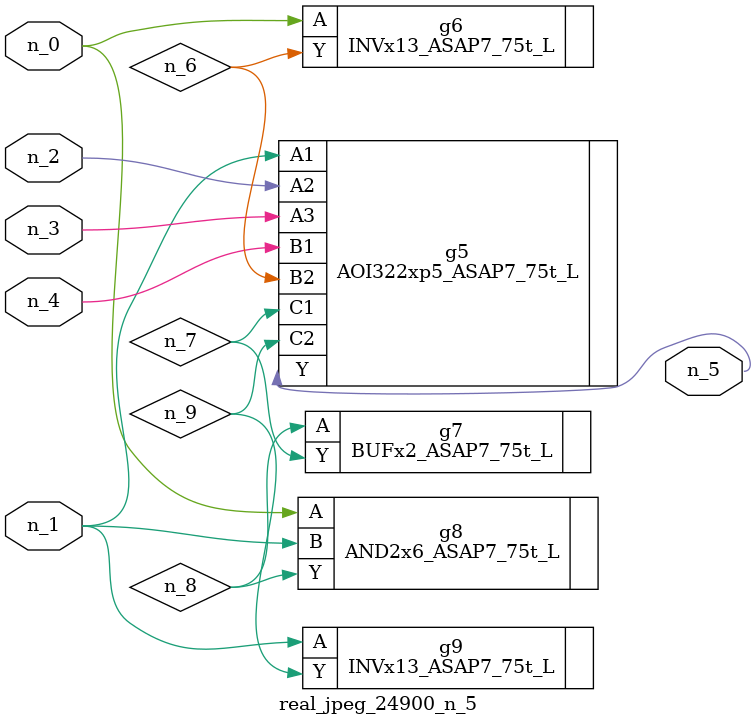
<source format=v>
module real_jpeg_24900_n_5 (n_4, n_0, n_1, n_2, n_3, n_5);

input n_4;
input n_0;
input n_1;
input n_2;
input n_3;

output n_5;

wire n_8;
wire n_6;
wire n_7;
wire n_9;

INVx13_ASAP7_75t_L g6 ( 
.A(n_0),
.Y(n_6)
);

AND2x6_ASAP7_75t_L g8 ( 
.A(n_0),
.B(n_1),
.Y(n_8)
);

AOI322xp5_ASAP7_75t_L g5 ( 
.A1(n_1),
.A2(n_2),
.A3(n_3),
.B1(n_4),
.B2(n_6),
.C1(n_7),
.C2(n_9),
.Y(n_5)
);

INVx13_ASAP7_75t_L g9 ( 
.A(n_1),
.Y(n_9)
);

BUFx2_ASAP7_75t_L g7 ( 
.A(n_8),
.Y(n_7)
);


endmodule
</source>
